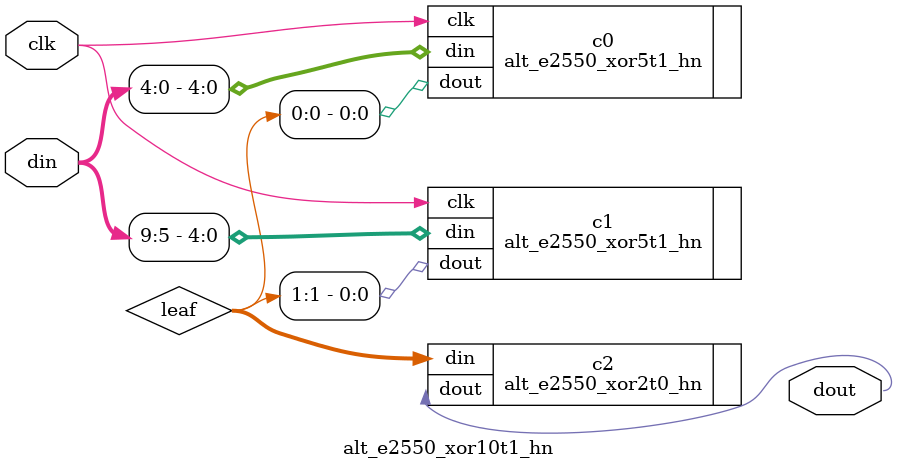
<source format=sv>




`timescale 1ps/1ps

// DESCRIPTION
// 10 input XOR gate.  Latency 1.
// Generated by one of Gregg's toys.   Share And Enjoy.

module alt_e2550_xor10t1_hn #(
    parameter SIM_EMULATE = 1'b0
) (
    input clk,
    input [9:0] din,
    output dout
);

wire [1:0] leaf;

alt_e2550_xor5t1_hn c0 (
    .clk(clk),
    .din(din[4:0]),
    .dout(leaf[0])
);
//defparam c0 .SIM_EMULATE = SIM_EMULATE;

alt_e2550_xor5t1_hn c1 (
    .clk(clk),
    .din(din[9:5]),
    .dout(leaf[1])
);
//defparam c1 .SIM_EMULATE = SIM_EMULATE;

alt_e2550_xor2t0_hn c2 (
    .din(leaf),
    .dout(dout)
);
//defparam c2 .SIM_EMULATE = SIM_EMULATE;

endmodule


</source>
